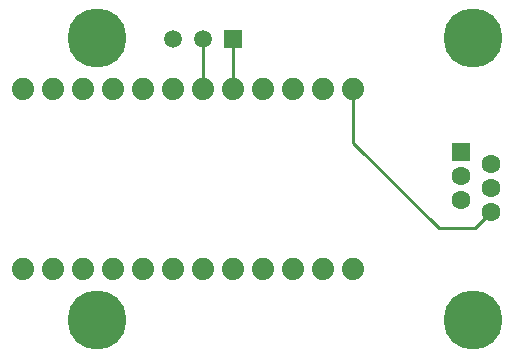
<source format=gtl>
G04 Layer: TopLayer*
G04 EasyEDA v6.5.1, 2022-03-30 11:40:58*
G04 f7f897cffc8b4bbe8ffd8634bc846e31,7b35ab87edb5478c89a92b32cd25319b,10*
G04 Gerber Generator version 0.2*
G04 Scale: 100 percent, Rotated: No, Reflected: No *
G04 Dimensions in millimeters *
G04 leading zeros omitted , absolute positions ,4 integer and 5 decimal *
%FSLAX45Y45*%
%MOMM*%

%ADD10C,0.2540*%
%ADD11R,1.5200X1.5200*%
%ADD12C,1.5200*%
%ADD13C,1.6000*%
%ADD14R,1.6000X1.6000*%
%ADD15C,1.8796*%
%ADD16C,5.0000*%

%LPD*%
D10*
X-3302000Y5448300D02*
G01*
X-3302000Y5029200D01*
X-3048000Y5448300D02*
G01*
X-3048000Y5029200D01*
X-2032000Y5029200D02*
G01*
X-2032000Y4572000D01*
X-1308100Y3848100D01*
X-1002296Y3848100D01*
X-863600Y3986796D01*
D11*
G01*
X-3048000Y5448300D03*
D12*
G01*
X-3302000Y5448300D03*
G01*
X-3556000Y5448300D03*
D13*
G01*
X-863600Y4190796D03*
G01*
X-1117600Y4292777D03*
G01*
X-863600Y4394784D03*
D14*
G01*
X-1117600Y4496790D03*
D13*
G01*
X-863600Y3986784D03*
G01*
X-1117600Y4088790D03*
D15*
G01*
X-2032000Y5029200D03*
G01*
X-2286000Y5029200D03*
G01*
X-2540000Y5029200D03*
G01*
X-2794000Y5029200D03*
G01*
X-3048000Y5029200D03*
G01*
X-3302000Y5029200D03*
G01*
X-3556000Y5029200D03*
G01*
X-3810000Y5029200D03*
G01*
X-4064000Y5029200D03*
G01*
X-4318000Y5029200D03*
G01*
X-4572000Y5029200D03*
G01*
X-4826000Y5029200D03*
G01*
X-4826000Y3505200D03*
G01*
X-4572000Y3505200D03*
G01*
X-4318000Y3505200D03*
G01*
X-4064000Y3505200D03*
G01*
X-3810000Y3505200D03*
G01*
X-3556000Y3505200D03*
G01*
X-3302000Y3505200D03*
G01*
X-3048000Y3505200D03*
G01*
X-2794000Y3505200D03*
G01*
X-2540000Y3505200D03*
G01*
X-2286000Y3505200D03*
G01*
X-2032000Y3505200D03*
D16*
G01*
X-4204004Y5464403D03*
G01*
X-1016000Y5464403D03*
G01*
X-4204004Y3073400D03*
G01*
X-1016000Y3073400D03*
M02*

</source>
